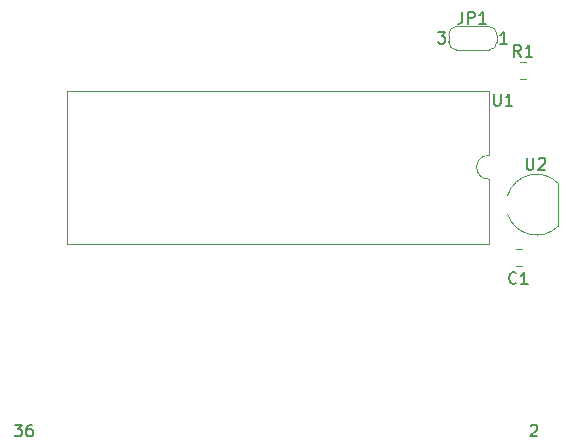
<source format=gto>
G04 #@! TF.GenerationSoftware,KiCad,Pcbnew,(5.1.6-0)*
G04 #@! TF.CreationDate,2020-06-20T23:38:09-05:00*
G04 #@! TF.ProjectId,vectrex-cartridge,76656374-7265-4782-9d63-617274726964,v1.0*
G04 #@! TF.SameCoordinates,Original*
G04 #@! TF.FileFunction,Legend,Top*
G04 #@! TF.FilePolarity,Positive*
%FSLAX46Y46*%
G04 Gerber Fmt 4.6, Leading zero omitted, Abs format (unit mm)*
G04 Created by KiCad (PCBNEW (5.1.6-0)) date 2020-06-20 23:38:09*
%MOMM*%
%LPD*%
G01*
G04 APERTURE LIST*
%ADD10C,0.120000*%
%ADD11C,0.150000*%
G04 APERTURE END LIST*
D10*
X160150000Y-92650000D02*
G75*
G02*
X159450000Y-93350000I-700000J0D01*
G01*
X159450000Y-91350000D02*
G75*
G02*
X160150000Y-92050000I0J-700000D01*
G01*
X156050000Y-92050000D02*
G75*
G02*
X156750000Y-91350000I700000J0D01*
G01*
X156750000Y-93350000D02*
G75*
G02*
X156050000Y-92650000I0J700000D01*
G01*
X159500000Y-93350000D02*
X156700000Y-93350000D01*
X156050000Y-92650000D02*
X156050000Y-92050000D01*
X156700000Y-91350000D02*
X159500000Y-91350000D01*
X160150000Y-92050000D02*
X160150000Y-92650000D01*
X165327684Y-104621555D02*
G75*
G03*
X161050000Y-105650000I-1827684J-1808445D01*
G01*
X165342156Y-108241453D02*
G75*
G02*
X161050000Y-107250000I-1842156J1811453D01*
G01*
X165350000Y-108230000D02*
X165350000Y-104630000D01*
X159430000Y-104270000D02*
G75*
G02*
X159430000Y-102270000I0J1000000D01*
G01*
X159430000Y-102270000D02*
X159430000Y-96810000D01*
X159430000Y-96810000D02*
X123750000Y-96810000D01*
X123750000Y-96810000D02*
X123750000Y-109730000D01*
X123750000Y-109730000D02*
X159430000Y-109730000D01*
X159430000Y-109730000D02*
X159430000Y-104270000D01*
X162088748Y-94390000D02*
X162611252Y-94390000D01*
X162088748Y-95810000D02*
X162611252Y-95810000D01*
X161738748Y-111610000D02*
X162261252Y-111610000D01*
X161738748Y-110190000D02*
X162261252Y-110190000D01*
D11*
X157216666Y-90102380D02*
X157216666Y-90816666D01*
X157169047Y-90959523D01*
X157073809Y-91054761D01*
X156930952Y-91102380D01*
X156835714Y-91102380D01*
X157692857Y-91102380D02*
X157692857Y-90102380D01*
X158073809Y-90102380D01*
X158169047Y-90150000D01*
X158216666Y-90197619D01*
X158264285Y-90292857D01*
X158264285Y-90435714D01*
X158216666Y-90530952D01*
X158169047Y-90578571D01*
X158073809Y-90626190D01*
X157692857Y-90626190D01*
X159216666Y-91102380D02*
X158645238Y-91102380D01*
X158930952Y-91102380D02*
X158930952Y-90102380D01*
X158835714Y-90245238D01*
X158740476Y-90340476D01*
X158645238Y-90388095D01*
X160985714Y-92802380D02*
X160414285Y-92802380D01*
X160700000Y-92802380D02*
X160700000Y-91802380D01*
X160604761Y-91945238D01*
X160509523Y-92040476D01*
X160414285Y-92088095D01*
X155166666Y-91802380D02*
X155785714Y-91802380D01*
X155452380Y-92183333D01*
X155595238Y-92183333D01*
X155690476Y-92230952D01*
X155738095Y-92278571D01*
X155785714Y-92373809D01*
X155785714Y-92611904D01*
X155738095Y-92707142D01*
X155690476Y-92754761D01*
X155595238Y-92802380D01*
X155309523Y-92802380D01*
X155214285Y-92754761D01*
X155166666Y-92707142D01*
X162668095Y-102482380D02*
X162668095Y-103291904D01*
X162715714Y-103387142D01*
X162763333Y-103434761D01*
X162858571Y-103482380D01*
X163049047Y-103482380D01*
X163144285Y-103434761D01*
X163191904Y-103387142D01*
X163239523Y-103291904D01*
X163239523Y-102482380D01*
X163668095Y-102577619D02*
X163715714Y-102530000D01*
X163810952Y-102482380D01*
X164049047Y-102482380D01*
X164144285Y-102530000D01*
X164191904Y-102577619D01*
X164239523Y-102672857D01*
X164239523Y-102768095D01*
X164191904Y-102910952D01*
X163620476Y-103482380D01*
X164239523Y-103482380D01*
X159888095Y-97052380D02*
X159888095Y-97861904D01*
X159935714Y-97957142D01*
X159983333Y-98004761D01*
X160078571Y-98052380D01*
X160269047Y-98052380D01*
X160364285Y-98004761D01*
X160411904Y-97957142D01*
X160459523Y-97861904D01*
X160459523Y-97052380D01*
X161459523Y-98052380D02*
X160888095Y-98052380D01*
X161173809Y-98052380D02*
X161173809Y-97052380D01*
X161078571Y-97195238D01*
X160983333Y-97290476D01*
X160888095Y-97338095D01*
X162183333Y-93902380D02*
X161850000Y-93426190D01*
X161611904Y-93902380D02*
X161611904Y-92902380D01*
X161992857Y-92902380D01*
X162088095Y-92950000D01*
X162135714Y-92997619D01*
X162183333Y-93092857D01*
X162183333Y-93235714D01*
X162135714Y-93330952D01*
X162088095Y-93378571D01*
X161992857Y-93426190D01*
X161611904Y-93426190D01*
X163135714Y-93902380D02*
X162564285Y-93902380D01*
X162850000Y-93902380D02*
X162850000Y-92902380D01*
X162754761Y-93045238D01*
X162659523Y-93140476D01*
X162564285Y-93188095D01*
X161783333Y-113057142D02*
X161735714Y-113104761D01*
X161592857Y-113152380D01*
X161497619Y-113152380D01*
X161354761Y-113104761D01*
X161259523Y-113009523D01*
X161211904Y-112914285D01*
X161164285Y-112723809D01*
X161164285Y-112580952D01*
X161211904Y-112390476D01*
X161259523Y-112295238D01*
X161354761Y-112200000D01*
X161497619Y-112152380D01*
X161592857Y-112152380D01*
X161735714Y-112200000D01*
X161783333Y-112247619D01*
X162735714Y-113152380D02*
X162164285Y-113152380D01*
X162450000Y-113152380D02*
X162450000Y-112152380D01*
X162354761Y-112295238D01*
X162259523Y-112390476D01*
X162164285Y-112438095D01*
X119300476Y-125064380D02*
X119919523Y-125064380D01*
X119586190Y-125445333D01*
X119729047Y-125445333D01*
X119824285Y-125492952D01*
X119871904Y-125540571D01*
X119919523Y-125635809D01*
X119919523Y-125873904D01*
X119871904Y-125969142D01*
X119824285Y-126016761D01*
X119729047Y-126064380D01*
X119443333Y-126064380D01*
X119348095Y-126016761D01*
X119300476Y-125969142D01*
X120776666Y-125064380D02*
X120586190Y-125064380D01*
X120490952Y-125112000D01*
X120443333Y-125159619D01*
X120348095Y-125302476D01*
X120300476Y-125492952D01*
X120300476Y-125873904D01*
X120348095Y-125969142D01*
X120395714Y-126016761D01*
X120490952Y-126064380D01*
X120681428Y-126064380D01*
X120776666Y-126016761D01*
X120824285Y-125969142D01*
X120871904Y-125873904D01*
X120871904Y-125635809D01*
X120824285Y-125540571D01*
X120776666Y-125492952D01*
X120681428Y-125445333D01*
X120490952Y-125445333D01*
X120395714Y-125492952D01*
X120348095Y-125540571D01*
X120300476Y-125635809D01*
X163004285Y-125159619D02*
X163051904Y-125112000D01*
X163147142Y-125064380D01*
X163385238Y-125064380D01*
X163480476Y-125112000D01*
X163528095Y-125159619D01*
X163575714Y-125254857D01*
X163575714Y-125350095D01*
X163528095Y-125492952D01*
X162956666Y-126064380D01*
X163575714Y-126064380D01*
M02*

</source>
